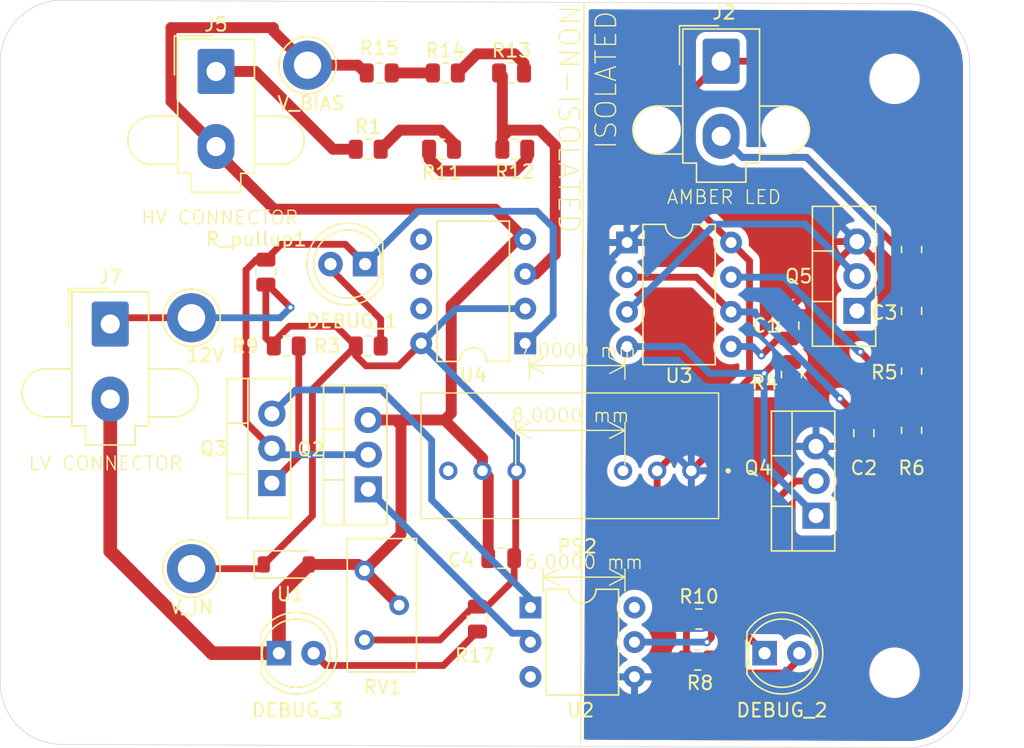
<source format=kicad_pcb>
(kicad_pcb (version 20240108) (generator "pcbnew") (generator_version "8.0")
  (layers (0 "F.Cu" signal) (31 "B.Cu" signal) (34 "B.Paste" user) (35 "F.Paste" user) (36 "B.SilkS" user "B.Silkscreen") (37 "F.SilkS" user "F.Silkscreen") (38 "B.Mask" user) (39 "F.Mask" user) (44 "Edge.Cuts" user))
  (net 0 "")
  (net 1 "12V_UNISO")
  (net 2 "HighVoltage-")
  (net 3 "Net-(DEBUG_1-K)")
  (net 4 "Net-(DEBUG_1-A)")
  (net 5 "Net-(DEBUG_2-K)")
  (net 6 "Net-(DEBUG_2-A)")
  (net 7 "Net-(DEBUG_3-A)")
  (net 8 "GND_ISO")
  (net 9 "12V_ISO")
  (net 12 "Net-(Q2-D)")
  (net 13 "Net-(Q3-S)")
  (net 14 "Net-(U3-THR)")
  (net 15 "Net-(U3-DIS)")
  (net 16 "Net-(Q5-G)")
  (net 17 "Net-(Q4-D)")
  (net 18 "Net-(U3-CV)")
  (net 19 "V_IN")
  (net 20 "Net-(J2-Pin_2)")
  (net 21 "Net-(R1-Pad2)")
  (net 22 "HighVoltage+")
  (net 23 "Net-(Q3-D)")
  (net 24 "Net-(R11-Pad1)")
  (net 25 "Net-(R13-Pad2)")
  (net 26 "Net-(R14-Pad1)")
  (footprint "TestPoint:TestPoint_Loop_D3.80mm_Drill2.0mm" (layer "F.Cu") (at 34.75 45.25)
    (property "Reference" "12V" (at 1 2.75 0) (layer "F.SilkS"))
    (property "Value" "12V TEST")
    (pad "1" thru_hole circle (at 0 0) (size 3.6 3.6) (drill 2) (layers "*.Cu" "*.Mask") (net 1 "12V_UNISO"))
  )
  (footprint "Resistor_SMD:R_0805_2012Metric" (layer "F.Cu") (at 87.5 40.25 -90)
    (property "Reference" "R7" (hide yes))
    (property "Value" "10k")
    (pad "1" smd roundrect (at -0.9125 0 270) (size 1.025 1.4) (layers "F.Cu" "F.Paste" "F.Mask") (roundrect_rratio 0.243902) (net 9 "12V_ISO"))
    (pad "2" smd roundrect (at 0.9125 0 270) (size 1.025 1.4) (layers "F.Cu" "F.Paste" "F.Mask") (roundrect_rratio 0.243902) (net 20 "Net-(J2-Pin_2)"))
  )
  (footprint "LED_THT:LED_D5.0mm" (layer "F.Cu") (at 47.471847 41.32 180)
    (property "Reference" "DEBUG_1" (at 0.971847 -4.18 180) (layer "F.SilkS"))
    (property "Value" "LED")
    (pad "1" thru_hole rect (at 0 0 180) (size 1.8 1.8) (drill 0.9) (layers "*.Cu" "*.Mask") (net 3 "Net-(DEBUG_1-K)"))
    (pad "2" thru_hole circle (at 2.54 0 180) (size 1.8 1.8) (drill 0.9) (layers "*.Cu" "*.Mask") (net 4 "Net-(DEBUG_1-A)"))
  )
  (footprint "Package_TO_SOT_THT:TO-220-3_Vertical" (layer "F.Cu") (at 47.696847 57.82 90)
    (property "Reference" "Q2" (at 2.939152 -4.196847 180) (layer "F.SilkS"))
    (property "Value" "NMOS")
    (pad "1" thru_hole rect (at 0 0 90) (size 1.905 2) (drill 1.1) (layers "*.Cu" "*.Mask") (net 12 "Net-(Q2-D)"))
    (pad "2" thru_hole oval (at 2.54 0 90) (size 1.905 2) (drill 1.1) (layers "*.Cu" "*.Mask") (net 3 "Net-(DEBUG_1-K)"))
    (pad "3" thru_hole oval (at 5.08 0 90) (size 1.905 2) (drill 1.1) (layers "*.Cu" "*.Mask") (net 2 "HighVoltage-"))
  )
  (footprint "MountingHole:MountingHole_3.2mm_M3" (layer "F.Cu") (at 86.25 27.75)
    (property "Reference" "H2" (hide yes))
    (property "Value" "MountingHole" (hide yes))
    (pad "" np_thru_hole circle (at 0 0) (size 3.2 3.2) (drill 3.2) (layers "*.Cu" "*.Mask"))
  )
  (footprint "Resistor_SMD:R_0805_2012Metric" (layer "F.Cu") (at 58.434347 32.9075 180)
    (property "Reference" "R12" (at 0 -1.65 0) (layer "F.SilkS"))
    (property "Value" "540k")
    (pad "1" smd roundrect (at -0.9125 0 180) (size 1.025 1.4) (layers "F.Cu" "F.Paste" "F.Mask") (roundrect_rratio 0.243902) (net 24 "Net-(R11-Pad1)"))
    (pad "2" smd roundrect (at 0.9125 0 180) (size 1.025 1.4) (layers "F.Cu" "F.Paste" "F.Mask") (roundrect_rratio 0.243902) (net 19 "V_IN"))
  )
  (footprint "Resistor_SMD:R_0805_2012Metric" (layer "F.Cu") (at 71.831847 70.32)
    (property "Reference" "R8" (at 0.168153 1.68 0) (layer "F.SilkS"))
    (property "Value" "20k")
    (pad "1" smd roundrect (at -0.9125 0) (size 1.025 1.4) (layers "F.Cu" "F.Paste" "F.Mask") (roundrect_rratio 0.243902) (net 9 "12V_ISO"))
    (pad "2" smd roundrect (at 0.9125 0) (size 1.025 1.4) (layers "F.Cu" "F.Paste" "F.Mask") (roundrect_rratio 0.243902) (net 6 "Net-(DEBUG_2-A)"))
  )
  (footprint "Resistor_SMD:R_0805_2012Metric" (layer "F.Cu") (at 58.196847 27.32)
    (property "Reference" "R13" (at 0 -1.65 0) (layer "F.SilkS"))
    (property "Value" "20k")
    (pad "1" smd roundrect (at -0.9125 0) (size 1.025 1.4) (layers "F.Cu" "F.Paste" "F.Mask") (roundrect_rratio 0.243902) (net 19 "V_IN"))
    (pad "2" smd roundrect (at 0.9125 0) (size 1.025 1.4) (layers "F.Cu" "F.Paste" "F.Mask") (roundrect_rratio 0.243902) (net 25 "Net-(R13-Pad2)"))
  )
  (footprint "Package_DIP:DIP-8_W7.62mm" (layer "F.Cu") (at 59.196847 47.12 180)
    (property "Reference" "U4" (at 3.81 -2.33 180) (layer "F.SilkS"))
    (property "Value" "LM393N/NOPB")
    (pad "1" thru_hole rect (at 0 0 180) (size 1.6 1.6) (drill 0.8) (layers "*.Cu" "*.Mask") (net 3 "Net-(DEBUG_1-K)"))
    (pad "2" thru_hole oval (at 0 2.54 180) (size 1.6 1.6) (drill 0.8) (layers "*.Cu" "*.Mask") (net 1 "12V_UNISO"))
    (pad "3" thru_hole oval (at 0 5.08 180) (size 1.6 1.6) (drill 0.8) (layers "*.Cu" "*.Mask") (net 19 "V_IN"))
    (pad "4" thru_hole oval (at 0 7.62 180) (size 1.6 1.6) (drill 0.8) (layers "*.Cu" "*.Mask") (net 2 "HighVoltage-"))
    (pad "5" thru_hole oval (at 7.62 7.62 180) (size 1.6 1.6) (drill 0.8) (layers "*.Cu" "*.Mask"))
    (pad "6" thru_hole oval (at 7.62 5.08 180) (size 1.6 1.6) (drill 0.8) (layers "*.Cu" "*.Mask"))
    (pad "7" thru_hole oval (at 7.62 2.54 180) (size 1.6 1.6) (drill 0.8) (layers "*.Cu" "*.Mask"))
    (pad "8" thru_hole oval (at 7.62 0 180) (size 1.6 1.6) (drill 0.8) (layers "*.Cu" "*.Mask") (net 1 "12V_UNISO"))
  )
  (footprint "LED_THT:LED_D5.0mm" (layer "F.Cu") (at 41.156847 69.82)
    (property "Reference" "DEBUG_3" (at 1.343153 4.18 0) (layer "F.SilkS"))
    (property "Value" "LED")
    (pad "1" thru_hole rect (at 0 0) (size 1.8 1.8) (drill 0.9) (layers "*.Cu" "*.Mask") (net 2 "HighVoltage-"))
    (pad "2" thru_hole circle (at 2.54 0) (size 1.8 1.8) (drill 0.9) (layers "*.Cu" "*.Mask") (net 7 "Net-(DEBUG_3-A)"))
  )
  (footprint "Resistor_SMD:R_0805_2012Metric" (layer "F.Cu") (at 47.696847 32.9075)
    (property "Reference" "R1" (at 0 -1.65 0) (layer "F.SilkS"))
    (property "Value" "540k")
    (pad "1" smd roundrect (at -0.9125 0) (size 1.025 1.4) (layers "F.Cu" "F.Paste" "F.Mask") (roundrect_rratio 0.243902) (net 22 "HighVoltage+"))
    (pad "2" smd roundrect (at 0.9125 0) (size 1.025 1.4) (layers "F.Cu" "F.Paste" "F.Mask") (roundrect_rratio 0.243902) (net 21 "Net-(R1-Pad2)"))
  )
  (footprint "Package_DIP:DIP-6_W7.62mm" (layer "F.Cu") (at 59.576847 66.47)
    (property "Reference" "U2" (at 3.673153 7.53 0) (layer "F.SilkS"))
    (property "Value" "4N35" (hide yes))
    (pad "1" thru_hole rect (at 0 0) (size 1.6 1.6) (drill 0.8) (layers "*.Cu" "*.Mask") (net 13 "Net-(Q3-S)"))
    (pad "2" thru_hole oval (at 0 2.54) (size 1.6 1.6) (drill 0.8) (layers "*.Cu" "*.Mask") (net 12 "Net-(Q2-D)"))
    (pad "3" thru_hole oval (at 0 5.08) (size 1.6 1.6) (drill 0.8) (layers "*.Cu" "*.Mask"))
    (pad "4" thru_hole oval (at 7.62 5.08) (size 1.6 1.6) (drill 0.8) (layers "*.Cu" "*.Mask") (net 8 "GND_ISO"))
    (pad "5" thru_hole oval (at 7.62 2.54) (size 1.6 1.6) (drill 0.8) (layers "*.Cu" "*.Mask") (net 5 "Net-(DEBUG_2-K)"))
    (pad "6" thru_hole oval (at 7.62 0) (size 1.6 1.6) (drill 0.8) (layers "*.Cu" "*.Mask"))
  )
  (footprint "LED_THT:LED_D5.0mm" (layer "F.Cu") (at 76.731847 69.82)
    (property "Reference" "DEBUG_2" (at 1.268153 4.18 0) (layer "F.SilkS"))
    (property "Value" "LED")
    (pad "1" thru_hole rect (at 0 0) (size 1.8 1.8) (drill 0.9) (layers "*.Cu" "*.Mask") (net 5 "Net-(DEBUG_2-K)"))
    (pad "2" thru_hole circle (at 2.54 0) (size 1.8 1.8) (drill 0.9) (layers "*.Cu" "*.Mask") (net 6 "Net-(DEBUG_2-A)"))
  )
  (footprint "Capacitor_SMD:C_0805_2012Metric" (layer "F.Cu") (at 84 53.7 -90)
    (property "Reference" "C2" (at 2.55 0 180) (layer "F.SilkS"))
    (property "Value" "1uF")
    (pad "1" smd roundrect (at -0.95 0 270) (size 1 1.45) (layers "F.Cu" "F.Paste" "F.Mask") (net 14 "Net-(U3-THR)"))
    (pad "2" smd roundrect (at 0.95 0 270) (size 1 1.45) (layers "F.Cu" "F.Paste" "F.Mask") (net 8 "GND_ISO"))
  )
  (footprint "Resistor_SMD:R_0805_2012Metric" (layer "F.Cu") (at 87.5 49.1625 -90)
    (property "Reference" "R5" (at 0.0875 2 0) (layer "F.SilkS"))
    (property "Value" "22k")
    (pad "1" smd roundrect (at -0.9125 0 270) (size 1.025 1.4) (layers "F.Cu" "F.Paste" "F.Mask") (roundrect_rratio 0.243902) (net 9 "12V_ISO"))
    (pad "2" smd roundrect (at 0.9125 0 270) (size 1.025 1.4) (layers "F.Cu" "F.Paste" "F.Mask") (roundrect_rratio 0.243902) (net 15 "Net-(U3-DIS)"))
  )
  (footprint "TestPoint:TestPoint_Loop_D3.80mm_Drill2.0mm" (layer "F.Cu") (at 43.25 26.75)
    (property "Reference" "V_BIAS" (at 0.25 2.8 0) (layer "F.SilkS"))
    (property "Value" "V_BIAS TEST")
    (pad "1" thru_hole circle (at 0 0) (size 3.6 3.6) (drill 2) (layers "*.Cu" "*.Mask") (net 2 "HighVoltage-"))
  )
  (footprint "MountingHole:MountingHole_3.2mm_M3" (layer "F.Cu") (at 26.25 71)
    (property "Reference" "H4" (hide yes))
    (property "Value" "MountingHole" (hide yes))
    (pad "" np_thru_hole circle (at 0 0) (size 3.2 3.2) (drill 3.2) (layers "*.Cu" "*.Mask"))
  )
  (footprint "Connector_Molex:Molex_Mini-Fit_Jr_5566-02A2_2x01_P4.20mm_Vertical" (layer "F.Cu") (at 28.8 45.71)
    (property "Reference" "J7" (at 0 -3.45 0) (layer "F.SilkS"))
    (property "Value" "Conn_01x02")
    (pad "" np_thru_hole circle (at -4.7 5.04) (size 3 3) (drill 3) (layers "*.Cu" "*.Mask"))
    (pad "" np_thru_hole circle (at 4.7 5.04) (size 3 3) (drill 3) (layers "*.Cu" "*.Mask"))
    (pad "1" thru_hole roundrect (at 0 0) (size 2.7 3.3) (drill 1.4) (layers "*.Cu" "*.Mask") (roundrect_rratio 0.092593) (net 1 "12V_UNISO"))
    (pad "2" thru_hole oval (at 0 5.5) (size 2.7 3.3) (drill 1.4) (layers "*.Cu" "*.Mask") (net 2 "HighVoltage-"))
  )
  (footprint "MountingHole:MountingHole_3.2mm_M3" (layer "F.Cu") (at 26.25 27.5)
    (property "Reference" "H1" (hide yes))
    (property "Value" "MountingHole" (hide yes))
    (pad "" np_thru_hole circle (at 0 0) (size 3.2 3.2) (drill 3.2) (layers "*.Cu" "*.Mask"))
  )
  (footprint "Resistor_SMD:R_0805_2012Metric" (layer "F.Cu") (at 78.696847 49.4075 90)
    (property "Reference" "R4" (at -0.5925 -1.946847 180) (layer "F.SilkS"))
    (property "Value" "22k")
    (pad "1" smd roundrect (at -0.9125 0 90) (size 1.025 1.4) (layers "F.Cu" "F.Paste" "F.Mask") (roundrect_rratio 0.243902) (net 9 "12V_ISO"))
    (pad "2" smd roundrect (at 0.9125 0 90) (size 1.025 1.4) (layers "F.Cu" "F.Paste" "F.Mask") (roundrect_rratio 0.243902) (net 17 "Net-(Q4-D)"))
  )
  (footprint "Resistor_SMD:R_0805_2012Metric" (layer "F.Cu") (at 48.5 27.32 180)
    (property "Reference" "R15" (at 0 1.82 0) (layer "F.SilkS"))
    (property "Value" "20k")
    (pad "1" smd roundrect (at -0.9125 0 180) (size 1.025 1.4) (layers "F.Cu" "F.Paste" "F.Mask") (roundrect_rratio 0.243902) (net 26 "Net-(R14-Pad1)"))
    (pad "2" smd roundrect (at 0.9125 0 180) (size 1.025 1.4) (layers "F.Cu" "F.Paste" "F.Mask") (roundrect_rratio 0.243902) (net 2 "HighVoltage-"))
  )
  (footprint "Capacitor_SMD:C_0805_2012Metric" (layer "F.Cu") (at 78.5 45.82 90)
    (property "Reference" "C1" (at 0 -1.68 180) (layer "F.SilkS"))
    (property "Value" "100nF" (hide yes))
    (pad "1" smd roundrect (at -0.95 0 90) (size 1 1.45) (layers "F.Cu" "F.Paste" "F.Mask") (net 18 "Net-(U3-CV)"))
    (pad "2" smd roundrect (at 0.95 0 90) (size 1 1.45) (layers "F.Cu" "F.Paste" "F.Mask") (net 8 "GND_ISO"))
  )
  (footprint "Resistor_SMD:R_0805_2012Metric" (layer "F.Cu") (at 40.196847 41.9075 90)
    (property "Reference" "R_pullup1" (at 2.4075 -0.696847 180) (layer "F.SilkS"))
    (property "Value" "15k")
    (pad "1" smd roundrect (at -0.9125 0 90) (size 1.025 1.4) (layers "F.Cu" "F.Paste" "F.Mask") (roundrect_rratio 0.243902) (net 1 "12V_UNISO"))
    (pad "2" smd roundrect (at 0.9125 0 90) (size 1.025 1.4) (layers "F.Cu" "F.Paste" "F.Mask") (roundrect_rratio 0.243902) (net 3 "Net-(DEBUG_1-K)"))
  )
  (footprint "Potentiometer_THT:Potentiometer_Bourns_3296Y_Vertical" (layer "F.Cu") (at 47.421847 63.77 90)
    (property "Reference" "RV1" (at -8.55 1.328153 180) (layer "F.SilkS"))
    (property "Value" "1k default (1-5k)")
    (pad "1" thru_hole circle (at 0 0 90) (size 1.44 1.44) (drill 0.8) (layers "*.Cu" "*.Mask") (net 2 "HighVoltage-"))
    (pad "2" thru_hole circle (at -2.54 2.54 90) (size 1.44 1.44) (drill 0.8) (layers "*.Cu" "*.Mask") (net 2 "HighVoltage-"))
    (pad "3" thru_hole circle (at -5.08 0 90) (size 1.44 1.44) (drill 0.8) (layers "*.Cu" "*.Mask") (net 1 "12V_UNISO"))
  )
  (footprint "Capacitor_SMD:C_0805_2012Metric" (layer "F.Cu") (at 57.436847 62.86)
    (property "Reference" "C4" (at -2.936847 0.14 0) (layer "F.SilkS"))
    (property "Value" "100nF")
    (pad "1" smd roundrect (at -0.95 0) (size 1 1.45) (layers "F.Cu" "F.Paste" "F.Mask") (net 2 "HighVoltage-"))
    (pad "2" smd roundrect (at 0.95 0) (size 1 1.45) (layers "F.Cu" "F.Paste" "F.Mask") (net 1 "12V_UNISO"))
  )
  (footprint "Resistor_SMD:R_0805_2012Metric" (layer "F.Cu") (at 87.5 53.5 90)
    (property "Reference" "R6" (at -2.75 0 180) (layer "F.SilkS"))
    (property "Value" "220k")
    (pad "1" smd roundrect (at -0.9125 0 90) (size 1.025 1.4) (layers "F.Cu" "F.Paste" "F.Mask") (roundrect_rratio 0.243902) (net 15 "Net-(U3-DIS)"))
    (pad "2" smd roundrect (at 0.9125 0 90) (size 1.025 1.4) (layers "F.Cu" "F.Paste" "F.Mask") (roundrect_rratio 0.243902) (net 14 "Net-(U3-THR)"))
  )
  (footprint "Resistor_SMD:R_0805_2012Metric" (layer "F.Cu") (at 53.065597 32.9075)
    (property "Reference" "R11" (at 0 1.7125 0) (layer "F.SilkS"))
    (property "Value" "540k")
    (pad "1" smd roundrect (at -0.9125 0) (size 1.025 1.4) (layers "F.Cu" "F.Paste" "F.Mask") (roundrect_rratio 0.243902) (net 24 "Net-(R11-Pad1)"))
    (pad "2" smd roundrect (at 0.9125 0) (size 1.025 1.4) (layers "F.Cu" "F.Paste" "F.Mask") (roundrect_rratio 0.243902) (net 21 "Net-(R1-Pad2)"))
  )
  (footprint "Connector_Molex:Molex_Mini-Fit_Jr_5566-02A2_2x01_P4.20mm_Vertical" (layer "F.Cu") (at 73.55 26.46)
    (property "Reference" "J2" (at 0.213153 -3.57 0) (layer "F.SilkS"))
    (property "Value" "Conn_01x02")
    (pad "" np_thru_hole circle (at -4.7 5.04) (size 3 3) (drill 3) (layers "*.Cu" "*.Mask"))
    (pad "" np_thru_hole circle (at 4.7 5.04) (size 3 3) (drill 3) (layers "*.Cu" "*.Mask"))
    (pad "1" thru_hole roundrect (at 0 0) (size 2.7 3.3) (drill 1.4) (layers "*.Cu" "*.Mask") (roundrect_rratio 0.092593) (net 9 "12V_ISO"))
    (pad "2" thru_hole oval (at 0 5.5) (size 2.7 3.3) (drill 1.4) (layers "*.Cu" "*.Mask") (net 20 "Net-(J2-Pin_2)"))
  )
  (footprint "Package_TO_SOT_THT:TO-220-3_Vertical" (layer "F.Cu") (at 80.5 59.75 90)
    (property "Reference" "Q4" (at 3.5 -4.25 180) (layer "F.SilkS"))
    (property "Value" "NMOS")
    (pad "1" thru_hole rect (at 0 0 90) (size 1.905 2) (drill 1.1) (layers "*.Cu" "*.Mask") (net 17 "Net-(Q4-D)"))
    (pad "2" thru_hole oval (at 2.54 0 90) (size 1.905 2) (drill 1.1) (layers "*.Cu" "*.Mask") (net 5 "Net-(DEBUG_2-K)"))
    (pad "3" thru_hole oval (at 5.08 0 90) (size 1.905 2) (drill 1.1) (layers "*.Cu" "*.Mask") (net 8 "GND_ISO"))
  )
  (footprint "Diode_SMD:D_SOD-123" (layer "F.Cu") (at 41.696847 63.32)
    (property "Reference" "U1" (at 0.303153 2.18 0) (layer "F.SilkS"))
    (property "Value" "MMSZ5245BT1G" (hide yes))
    (pad "1" smd roundrect (at -1.65 0) (size 0.9 1.2) (layers "F.Cu" "F.Paste" "F.Mask") (net 1 "12V_UNISO"))
    (pad "2" smd roundrect (at 1.65 0) (size 0.9 1.2) (layers "F.Cu" "F.Paste" "F.Mask") (net 2 "HighVoltage-"))
  )
  (footprint "Package_DIP:DIP-8_W7.62mm" (layer "F.Cu") (at 66.656847 39.74)
    (property "Reference" "U3" (at 3.81 9.76 0) (layer "F.SilkS"))
    (property "Value" "LM555xN")
    (pad "1" thru_hole rect (at 0 0) (size 1.6 1.6) (drill 0.8) (layers "*.Cu" "*.Mask") (net 8 "GND_ISO"))
    (pad "2" thru_hole oval (at 0 2.54) (size 1.6 1.6) (drill 0.8) (layers "*.Cu" "*.Mask") (net 14 "Net-(U3-THR)"))
    (pad "3" thru_hole oval (at 0 5.08) (size 1.6 1.6) (drill 0.8) (layers "*.Cu" "*.Mask") (net 16 "Net-(Q5-G)"))
    (pad "4" thru_hole oval (at 0 7.62) (size 1.6 1.6) (drill 0.8) (layers "*.Cu" "*.Mask") (net 17 "Net-(Q4-D)"))
    (pad "5" thru_hole oval (at 7.62 7.62) (size 1.6 1.6) (drill 0.8) (layers "*.Cu" "*.Mask") (net 18 "Net-(U3-CV)"))
    (pad "6" thru_hole oval (at 7.62 5.08) (size 1.6 1.6) (drill 0.8) (layers "*.Cu" "*.Mask") (net 14 "Net-(U3-THR)"))
    (pad "7" thru_hole oval (at 7.62 2.54) (size 1.6 1.6) (drill 0.8) (layers "*.Cu" "*.Mask") (net 15 "Net-(U3-DIS)"))
    (pad "8" thru_hole oval (at 7.62 0) (size 1.6 1.6) (drill 0.8) (layers "*.Cu" "*.Mask") (net 9 "12V_ISO"))
  )
  (footprint "TestPoint:TestPoint_Loop_D3.80mm_Drill2.0mm" (layer "F.Cu") (at 34.75 63.63)
    (property "Reference" "V_IN" (at 0 2.8 0) (layer "F.SilkS"))
    (property "Value" "V_IN TEST")
    (pad "1" thru_hole circle (at 0 0) (size 3.6 3.6) (drill 2) (layers "*.Cu" "*.Mask") (net 1 "12V_UNISO"))
  )
  (footprint "Package_TO_SOT_THT:TO-220-3_Vertical" (layer "F.Cu") (at 40.641847 57.36 90)
    (property "Reference" "Q3" (at 2.54 -4.27 180) (layer "F.SilkS"))
    (property "Value" "NMOS")
    (pad "1" thru_hole rect (at 0 0 90) (size 1.905 2) (drill 1.1) (layers "*.Cu" "*.Mask") (net 23 "Net-(Q3-D)"))
    (pad "2" thru_hole oval (at 2.54 0 90) (size 1.905 2) (drill 1.1) (layers "*.Cu" "*.Mask") (net 3 "Net-(DEBUG_1-K)"))
    (pad "3" thru_hole oval (at 5.08 0 90) (size 1.905 2) (drill 1.1) (layers "*.Cu" "*.Mask") (net 13 "Net-(Q3-S)"))
  )
  (footprint "Resistor_SMD:R_0805_2012Metric" (layer "F.Cu") (at 53.348423 27.32)
    (property "Reference" "R14" (at 0 -1.65 0) (layer "F.SilkS"))
    (property "Value" "20k")
    (pad "1" smd roundrect (at -0.9125 0) (size 1.025 1.4) (layers "F.Cu" "F.Paste" "F.Mask") (roundrect_rratio 0.243902) (net 26 "Net-(R14-Pad1)"))
    (pad "2" smd roundrect (at 0.9125 0) (size 1.025 1.4) (layers "F.Cu" "F.Paste" "F.Mask") (roundrect_rratio 0.243902) (net 25 "Net-(R13-Pad2)"))
  )
  (footprint "Resistor_SMD:R_0805_2012Metric" (layer "F.Cu") (at 71.919347 67.32)
    (property "Reference" "R10" (at 0 -1.65 0) (layer "F.SilkS"))
    (property "Value" "20k" (hide yes))
    (pad "1" smd roundrect (at -0.9125 0) (size 1.025 1.4) (layers "F.Cu" "F.Paste" "F.Mask") (roundrect_rratio 0.243902) (net 9 "12V_ISO"))
    (pad "2" smd roundrect (at 0.9125 0) (size 1.025 1.4) (layers "F.Cu" "F.Paste" "F.Mask") (roundrect_rratio 0.243902) (net 5 "Net-(DEBUG_2-K)"))
  )
  (footprint "MountingHole:MountingHole_3.2mm_M3" (layer "F.Cu") (at 86.25 71.25)
    (property "Reference" "H3" (hide yes))
    (property "Value" "MountingHole" (hide yes))
    (pad "" np_thru_hole circle (at 0 0) (size 3.2 3.2) (drill 3.2) (layers "*.Cu" "*.Mask"))
  )
  (footprint "Package_TO_SOT_THT:TO-220-3_Vertical" (layer "F.Cu") (at 83.5 44.75 90)
    (property "Reference" "Q5" (at 2.54 -4.27 180) (layer "F.SilkS"))
    (property "Value" "NMOS")
    (pad "1" thru_hole rect (at 0 0 90) (size 1.905 2) (drill 1.1) (layers "*.Cu" "*.Mask") (net 20 "Net-(J2-Pin_2)"))
    (pad "2" thru_hole oval (at 2.54 0 90) (size 1.905 2) (drill 1.1) (layers "*.Cu" "*.Mask") (net 16 "Net-(Q5-G)"))
    (pad "3" thru_hole oval (at 5.08 0 90) (size 1.905 2) (drill 1.1) (layers "*.Cu" "*.Mask") (net 8 "GND_ISO"))
  )
  (footprint "Resistor_SMD:R_0805_2012Metric" (layer "F.Cu") (at 47.696847 47.32)
    (property "Reference" "R3" (at -3 0 0) (layer "F.SilkS"))
    (property "Value" "20k")
    (pad "1" smd roundrect (at -0.9125 0) (size 1.025 1.4) (layers "F.Cu" "F.Paste" "F.Mask") (roundrect_rratio 0.243902) (net 1 "12V_UNISO"))
    (pad "2" smd roundrect (at 0.9125 0) (size 1.025 1.4) (layers "F.Cu" "F.Paste" "F.Mask") (roundrect_rratio 0.243902) (net 4 "Net-(DEBUG_1-A)"))
  )
  (footprint "Resistor_SMD:R_0805_2012Metric" (layer "F.Cu") (at 41.696847 47.32)
    (property "Reference" "R9" (at -3 0 0) (layer "F.SilkS"))
    (property "Value" "10k")
    (pad "1" smd roundrect (at -0.9125 0) (size 1.025 1.4) (layers "F.Cu" "F.Paste" "F.Mask") (roundrect_rratio 0.243902) (net 1 "12V_UNISO"))
    (pad "2" smd roundrect (at 0.9125 0) (size 1.025 1.4) (layers "F.Cu" "F.Paste" "F.Mask") (roundrect_rratio 0.243902) (net 23 "Net-(Q3-D)"))
  )
  (footprint "SPAN02A12:SPAN02A12" (layer "F.Cu") (at 71.361847 56.46 180)
    (property "Reference" "PS2" (at 8.361847 -5.54 0) (layer "F.SilkS"))
    (property "Value" "SPAN02A-12")
    (pad "1" thru_hole circle (at 0 0 180) (size 1.337 1.337) (drill 0.78) (layers "*.Cu" "*.Mask") (net 8 "GND_ISO"))
    (pad "2" thru_hole circle (at 2.5 0 180) (size 1.337 1.337) (drill 0.78) (layers "*.Cu" "*.Mask") (net 9 "12V_ISO"))
    (pad "3" thru_hole circle (at 5 0 180) (size 1.337 1.337) (drill 0.78) (layers "*.Cu" "*.Mask"))
    (pad "6" thru_hole circle (at 12.8 0 180) (size 1.337 1.337) (drill 0.78) (layers "*.Cu" "*.Mask") (net 1 "12V_UNISO"))
    (pad "7" thru_hole circle (at 15.3 0 180) (size 1.337 1.337) (drill 0.78) (layers "*.Cu" "*.Mask") (net 2 "HighVoltage-"))
    (pad "8" thru_hole circle (at 17.8 0 180) (size 1.337 1.337) (drill 0.78) (layers "*.Cu" "*.Mask"))
  )
  (footprint "Connector_Molex:Molex_Mini-Fit_Jr_5566-02A2_2x01_P4.20mm_Vertical" (layer "F.Cu") (at 36.55 27.21)
    (property "Reference" "J5" (at 0 -3.45 0) (layer "F.SilkS"))
    (property "Value" "Conn_01x02")
    (pad "" np_thru_hole circle (at -4.7 5.04) (size 3 3) (drill 3) (layers "*.Cu" "*.Mask"))
    (pad "" np_thru_hole circle (at 4.7 5.04) (size 3 3) (drill 3) (layers "*.Cu" "*.Mask"))
    (pad "1" thru_hole roundrect (at 0 0) (size 2.7 3.3) (drill 1.4) (layers "*.Cu" "*.Mask") (roundrect_rratio 0.092593) (net 22 "HighVoltage+"))
    (pad "2" thru_hole oval (at 0 5.5) (size 2.7 3.3) (drill 1.4) (layers "*.Cu" "*.Mask") (net 2 "HighVoltage-"))
  )
  (footprint "Capacitor_SMD:C_0805_2012Metric" (layer "F.Cu") (at 87.5 44.75 90)
    (property "Reference" "C3" (at -0.13 -2.006847 180) (layer "F.SilkS"))
    (property "Value" "100nF")
    (pad "1" smd roundrect (at -0.95 0 90) (size 1 1.45) (layers "F.Cu" "F.Paste" "F.Mask") (net 9 "12V_ISO"))
    (pad "2" smd roundrect (at 0.95 0 90) (size 1 1.45) (layers "F.Cu" "F.Paste" "F.Mask") (net 8 "GND_ISO"))
  )
  (footprint "Resistor_SMD:R_0805_2012Metric" (layer "F.Cu") (at 55.696847 67.32 -90)
    (property "Reference" "R17" (at 2.68 0.196847 180) (layer "F.SilkS"))
    (property "Value" "20k")
    (pad "1" smd roundrect (at -0.9125 0 270) (size 1.025 1.4) (layers "F.Cu" "F.Paste" "F.Mask") (roundrect_rratio 0.243902) (net 1 "12V_UNISO"))
    (pad "2" smd roundrect (at 0.9125 0 270) (size 1.025 1.4) (layers "F.Cu" "F.Paste" "F.Mask") (roundrect_rratio 0.243902) (net 7 "Net-(DEBUG_3-A)"))
  )
  (gr_line (start 63.25 76.5) (end 63.5 22.25) (stroke (width 0.1)) (layer "F.SilkS"))
  (gr_arc (start 20.75 26.5) (mid 22.068019 23.318019) (end 25.25 22) (stroke (width 0.05)) (layer "Edge.Cuts"))
  (gr_arc (start 25.25 76.5) (mid 22.068019 75.181981) (end 20.75 72) (stroke (width 0.05)) (layer "Edge.Cuts"))
  (gr_line (start 25.25 22) (end 87.25 22.25) (stroke (width 0.05)) (layer "Edge.Cuts"))
  (gr_line (start 91.75 72.25) (end 91.75 26.75) (stroke (width 0.05)) (layer "Edge.Cuts"))
  (gr_line (start 25.25 76.5) (end 87.25 76.75) (stroke (width 0.05)) (layer "Edge.Cuts"))
  (gr_arc (start 91.75 72.25) (mid 90.431981 75.431981) (end 87.25 76.75) (stroke (width 0.05)) (layer "Edge.Cuts"))
  (gr_line (start 20.75 72) (end 20.75 26.5) (stroke (width 0.05)) (layer "Edge.Cuts"))
  (gr_arc (start 87.25 22.25) (mid 90.431981 23.568019) (end 91.75 26.75) (stroke (width 0.05)) (layer "Edge.Cuts"))
  (gr_text "NON-ISOLATED" (at 61.5 22.25 270) (layer "F.SilkS") (effects (font (size 1.5 1.5) (thickness 0.1)) (justify left bottom)))
  (gr_text "LV CONNECTOR" (at 22.75 56.5 0) (layer "F.SilkS") (effects (font (size 1 1) (thickness 0.1)) (justify left bottom)))
  (gr_text "HV CONNECTOR" (at 31 38.5 0) (layer "F.SilkS") (effects (font (size 1 1) (thickness 0.1)) (justify left bottom)))
  (gr_text "ISOLATED" (at 66 33 90) (layer "F.SilkS") (effects (font (size 1.5 1.5) (thickness 0.1)) (justify left bottom)))
  (gr_text "AMBER LED" (at 69.5 37 0) (layer "F.SilkS") (effects (font (size 1 1) (thickness 0.1)) (justify left bottom)))
  (dimension (type aligned) (layer "F.SilkS") (pts (xy 66.5 56.5) (xy 58.5 56.5)) (height 2.999999) (gr_text "8.0000 mm" (at 62.5 52.400001 0) (layer "F.SilkS") (effects (font (size 1 1) (thickness 0.1)))) (format (prefix "") (suffix "") (units 3) (units_format 1) (precision 4)) (style (thickness 0.1) (arrow_length 1.27) (text_position_mode 0) (extension_height 0.58642) (extension_offset 0.5) keep_text_aligned))
  (dimension (type aligned) (layer "F.SilkS") (pts (xy 60.5 65.75) (xy 66.5 65.75)) (height -1.5) (gr_text "6.0000 mm" (at 63.5 63.15 0) (layer "F.SilkS") (effects (font (size 1 1) (thickness 0.1)))) (format (prefix "") (suffix "") (units 3) (units_format 1) (precision 4)) (style (thickness 0.1) (arrow_length 1.27) (text_position_mode 0) (extension_height 0.58642) (extension_offset 0.5) keep_text_aligned))
  (dimension (type aligned) (layer "F.SilkS") (pts (xy 66.5 50.25) (xy 59.5 50.25)) (height 1.5) (gr_text "7.0000 mm" (at 63 47.65 0) (layer "F.SilkS") (effects (font (size 1 1) (thickness 0.1)))) (format (prefix "") (suffix "") (units 3) (units_format 1) (precision 4)) (style (thickness 0.1) (arrow_length 1.27) (text_position_mode 0) (extension_height 0.58642) (extension_offset 0.5) keep_text_aligned))
  (segment (start 49.926847 48.77) (end 51.576847 47.12) (width 0.5) (layer "F.Cu") (net 1))
  (segment (start 40.196847 46.7325) (end 40.784347 47.32) (width 0.5) (layer "F.Cu") (net 1))
  (segment (start 55.388205 66.4075) (end 55.696847 66.4075) (width 0.5) (layer "F.Cu") (net 1))
  (segment (start 46.784347 48.02) (end 47.534347 48.77) (width 0.5) (layer "F.Cu") (net 1))
  (segment (start 34.75 45.25) (end 29.26 45.25) (width 0.5) (layer "F.Cu") (net 1))
  (segment (start 29.26 45.25) (end 28.8 45.71) (width 0.5) (layer "F.Cu") (net 1))
  (segment (start 40.32 42.82) (end 42 44.5) (width 0.5) (layer "F.Cu") (net 1))
  (segment (start 58.386847 64.4175) (end 58.386847 62.86) (width 0.5) (layer "F.Cu") (net 1))
  (segment (start 40.046847 63.32) (end 43.609347 59.7575) (width 0.5) (layer "F.Cu") (net 1))
  (segment (start 52.945705 68.85) (end 55.388205 66.4075) (width 0.5) (layer "F.Cu") (net 1))
  (segment (start 34.75 63.63) (end 39.736847 63.63) (width 0.5) (layer "F.Cu") (net 1))
  (segment (start 39.736847 63.63) (end 40.046847 63.32) (width 0.5) (layer "F.Cu") (net 1))
  (segment (start 43.609347 59.7575) (end 43.609347 50.495) (width 0.5) (layer "F.Cu") (net 1))
  (segment (start 46.784347 47.32) (end 46.784347 48.02) (width 0.5) (layer "F.Cu") (net 1))
  (segment (start 58.5 56.521847) (end 58.561847 56.46) (width 0.5) (layer "F.Cu") (net 1))
  (segment (start 41.925705 45.87) (end 45.334347 45.87) (width 0.5) (layer "F.Cu") (net 1))
  (segment (start 58.5 62.746847) (end 58.5 56.521847) (width 0.5) (layer "F.Cu") (net 1))
  (segment (start 40.196847 42.82) (end 40.32 42.82) (width 0.5) (layer "F.Cu") (net 1))
  (segment (start 45.334347 45.87) (end 46.784347 47.32) (width 0.5) (layer "F.Cu") (net 1))
  (segment (start 40.196847 42.82) (end 40.196847 46.7325) (width 0.5) (layer "F.Cu") (net 1))
  (segment (start 47.421847 68.85) (end 52.945705 68.85) (width 0.5) (layer "F.Cu") (net 1))
  (segment (start 40.784347 47.011358) (end 41.925705 45.87) (width 0.5) (layer "F.Cu") (net 1))
  (segment (start 47.534347 48.77) (end 49.926847 48.77) (width 0.5) (layer "F.Cu") (net 1))
  (segment (start 56.396847 66.4075) (end 58.386847 64.4175) (width 0.5) (layer "F.Cu") (net 1))
  (segment (start 43.609347 50.495) (end 46.784347 47.32) (width 0.5) (layer "F.Cu") (net 1))
  (segment (start 58.386847 62.86) (end 58.5 62.746847) (width 0.5) (layer "F.Cu") (net 1))
  (segment (start 55.696847 66.4075) (end 56.396847 66.4075) (width 0.5) (layer "F.Cu") (net 1))
  (segment (start 40.784347 47.32) (end 40.784347 47.011358) (width 0.5) (layer "F.Cu") (net 1))
  (via (at 42 44.5) (size 0.6) (drill 0.3) (layers "F.Cu" "B.Cu") (net 1))
  (segment (start 54.116847 44.58) (end 59.196847 44.58) (width 0.5) (layer "B.Cu") (net 1))
  (segment (start 58.561847 56.46) (end 58.561847 54.105) (width 0.5) (layer "B.Cu") (net 1))
  (segment (start 58.561847 54.105) (end 51.576847 47.12) (width 0.5) (layer "B.Cu") (net 1))
  (segment (start 34.75 45.25) (end 41.25 45.25) (width 0.5) (layer "B.Cu") (net 1))
  (segment (start 51.576847 47.12) (end 54.116847 44.58) (width 0.5) (layer "B.Cu") (net 1))
  (segment (start 41.25 45.25) (end 42 44.5) (width 0.5) (layer "B.Cu") (net 1))
  (segment (start 56.996847 37.3) (end 59.196847 39.5) (width 0.8) (layer "F.Cu") (net 2))
  (segment (start 56.061847 55.514599) (end 56.061847 56.46) (width 0.8) (layer "F.Cu") (net 2))
  (segment (start 28.8 62.346905) (end 36.273095 69.82) (width 1) (layer "F.Cu") (net 2))
  (segment (start 36.55 32.71) (end 33.25 29.41) (width 0.8) (layer "F.Cu") (net 2))
  (segment (start 36.55 33.05) (end 36.55 32.71) (width 0.8) (layer "F.Cu") (net 2))
  (segment (start 50.096847 53.14) (end 50.096847 61.095) (width 0.8) (layer "F.Cu") (net 2))
  (segment (start 59.196847 39.5) (end 58.625577 39.5) (width 0.8) (layer "F.Cu") (net 2))
  (segment (start 43.25 26.75) (end 46.93 26.75) (width 0.8) (layer "F.Cu") (net 2))
  (segment (start 28.8 51.21) (end 28.8 62.346905) (width 1) (layer "F.Cu") (net 2))
  (segment (start 53.776847 52.250401) (end 53.287248 52.74) (width 0.8) (layer "F.Cu") (net 2))
  (segment (start 58.625577 39.5) (end 53.776847 44.34873) (width 0.8) (layer "F.Cu") (net 2))
  (segment (start 53.776847 44.34873) (end 53.776847 52.250401) (width 0.8) (layer "F.Cu") (net 2))
  (segment (start 40.8 37.3) (end 36.55 33.05) (width 0.8) (layer "F.Cu") (net 2))
  (segment (start 56.486847 62.86) (end 56.486847 56.885) (width 0.8) (layer "F.Cu") (net 2))
  (segment (start 46.971847 63.32) (end 47.421847 63.77) (width 0.8) (layer "F.Cu") (net 2))
  (segment (start 50.096847 61.095) (end 47.421847 63.77) (width 0.8) (layer "F.Cu") (net 2))
  (segment (start 47.696847 52.74) (end 49.696847 52.74) (width 0.8) (layer "F.Cu") (net 2))
  (segment (start 49.696847 52.74) (end 53.287248 52.74) (width 0.8) (layer "F.Cu") (net 2))
  (segment (start 40.75 24.25) (end 43.25 26.75) (width 0.8) (layer "F.Cu") (net 2))
  (segment (start 33.25 29.41) (end 33.25 24) (width 0.8) (layer "F.Cu") (net 2))
  (segment (start 53.287248 52.74) (end 56.061847 55.514599) (width 0.8) (layer "F.Cu") (net 2))
  (segment (start 43.346847 63.32) (end 41.156847 65.51) (width 1) (layer "F.Cu") (net 2))
  (segment (start 36.273095 69.82) (end 41.156847 69.82) (width 1) (layer "F.Cu") (net 2))
  (segment (start 40.8 37.3) (end 56.996847 37.3) (width 0.8) (layer "F.Cu") (net 2))
  (segment (start 49.961847 66.31) (end 47.421847 63.77) (width 0.8) (layer "F.Cu") (net 2))
  (segment (start 40.75 24) (end 40.75 24.25) (width 0.8) (layer "F.Cu") (net 2))
  (segment (start 41.156847 65.51) (end 41.156847 69.82) (width 1) (layer "F.Cu") (net 2))
  (segment (start 46.93 26.75) (end 47.5 27.32) (width 0.8) (layer "F.Cu") (net 2))
  (segment (start 33.25 24) (end 40.75 24) (width 0.8) (layer "F.Cu") (net 2))
  (segment (start 56.486847 56.885) (end 56.061847 56.46) (width 0.8) (layer "F.Cu") (net 2))
  (segment (start 49.696847 52.74) (end 50.096847 53.14) (width 0.8) (layer "F.Cu") (net 2))
  (segment (start 43.346847 63.32) (end 46.971847 63.32) (width 0.8) (layer "F.Cu") (net 2))
  (segment (start 40.641847 54.82) (end 38.746847 52.925) (width 0.5) (layer "F.Cu") (net 3))
  (segment (start 38.746847 52.925) (end 38.746847 41.745) (width 0.5) (layer "F.Cu") (net 3))
  (segment (start 39.496847 40.995) (end 40.196847 40.995) (width 0.5) (layer "F.Cu") (net 3))
  (segment (start 46.021847 39.87) (end 47.471847 41.32) (width 0.5) (layer "F.Cu") (net 3))
  (segment (start 41.321847 39.87) (end 46.021847 39.87) (width 0.5) (layer "F.Cu") (net 3))
  (segment (start 41.101847 55.28) (end 40.641847 54.82) (width 0.5) (layer "F.Cu") (net 3))
  (segment (start 38.746847 41.745) (end 39.496847 40.995) (width 0.5) (layer "F.Cu") (net 3))
  (segment (start 40.196847 40.995) (end 41.321847 39.87) (width 0.5) (layer "F.Cu") (net 3))
  (segment (start 41.101847 55.28) (end 47.696847 55.28) (width 0.5) (layer "B.Cu") (net 3))
  (segment (start 61.246847 45.07) (end 59.196847 47.12) (width 0.5) (layer "B.Cu") (net 3))
  (segment (start 61.246847 38.650862) (end 61.246847 45.07) (width 0.5) (layer "B.Cu") (net 3))
  (segment (start 47.471847 41.32) (end 51.341847 37.45) (width 0.5) (layer "B.Cu") (net 3))
  (segment (start 40.641847 54.82) (end 41.101847 55.28) (width 0.5) (layer "B.Cu") (net 3))
  (segment (start 51.341847 37.45) (end 60.045985 37.45) (width 0.5) (layer "B.Cu") (net 3))
  (segment (start 60.045985 37.45) (end 61.246847 38.650862) (width 0.5) (layer "B.Cu") (net 3))
  (segment (start 48.609347 47.32) (end 48.609347 45.3575) (width 0.5) (layer "F.Cu") (net 4))
  (segment (start 48.609347 45.3575) (end 44.931847 41.68) (width 0.5) (layer "F.Cu") (net 4))
  (segment (start 44.931847 41.68) (end 44.931847 41.32) (width 0.5) (layer "F.Cu") (net 4))
  (segment (start 72.831847 67.145) (end 72.831847 67.32) (width 0.5) (layer "F.Cu") (net 5))
  (segment (start 74.231847 61.978153) (end 79 57.21) (width 0.5) (layer "F.Cu") (net 5))
  (segment (start 74.231847 67.32) (end 74.231847 61.978153) (width 0.5) (layer "F.Cu") (net 5))
  (segment (start 72.831847 67.32) (end 74.231847 67.32) (width 0.5) (layer "F.Cu") (net 5))
  (segment (start 74.231847 67.32) (end 76.731847 69.82) (width 0.5) (layer "F.Cu") (net 5))
  (segment (start 72.831847 67.32) (end 72.831847 68.678153) (width 0.5) (layer "F.Cu") (net 5))
  (segment (start 72.831847 68.678153) (end 72.5 69.01) (width 0.5) (layer "F.Cu") (net 5))
  (segment (start 79 57.21) (end 80.5 57.21) (width 0.5) (layer "F.Cu") (net 5))
  (via (at 72.5 69.01) (size 0.6) (drill 0.3) (layers "F.Cu" "B.Cu") (net 5))
  (segment (start 72.5 69.01) (end 67.196847 69.01) (width 0.5) (layer "B.Cu") (net 5))
  (segment (start 72.506847 69.01) (end 72.5 69.01) (width 0.5) (layer "B.Cu") (net 5))
  (segment (start 72.744347 70.32) (end 73.694347 71.27) (width 0.5) (layer "F.Cu") (net 6))
  (segment (start 79.271847 70.245) (end 79.271847 69.82) (width 0.5) (layer "F.Cu") (net 6))
  (segment (start 73.694347 71.27) (end 78.246847 71.27) (width 0.5) (layer "F.Cu") (net 6))
  (segment (start 78.246847 71.27) (end 79.271847 70.245) (width 0.5) (layer "F.Cu") (net 6))
  (segment (start 55.696847 68.2325) (end 53.209347 70.72) (width 0.5) (layer "F.Cu") (net 7))
  (segment (start 44.596847 70.72) (end 43.696847 69.82) (width 0.5) (layer "F.Cu") (net 7))
  (segment (start 53.209347 70.72) (end 44.596847 70.72) (width 0.5) (layer "F.Cu") (net 7))
  (segment (start 80.5 54.67) (end 73.151847 54.67) (width 0.5) (layer "F.Cu") (net 8))
  (segment (start 73.151847 54.67) (end 71.361847 56.46) (width 0.5) (layer "F.Cu") (net 8))
  (segment (start 80.52 54.65) (end 80.5 54.67) (width 0.5) (layer "F.Cu") (net 8))
  (segment (start 84 54.65) (end 80.52 54.65) (width 0.5) (layer "F.Cu") (net 8))
  (segment (start 78.5 44.67) (end 83.5 39.67) (width 0.5) (layer "F.Cu") (net 8))
  (segment (start 83.5 39.67) (end 84.2825 39.67) (width 0.5) (layer "F.Cu") (net 8))
  (segment (start 78.5 44.87) (end 78.5 44.67) (width 0.5) (layer "F.Cu") (net 8))
  (segment (start 87.5 43.67) (end 87.5 43.8) (width 0.5) (layer "F.Cu") (net 8))
  (segment (start 83.5 39.67) (end 87.5 43.67) (width 0.5) (layer "F.Cu") (net 8))
  (segment (start 69.006848 37.389999) (end 66.656847 39.74) (width 0.5) (layer "B.Cu") (net 8))
  (segment (start 67.196847 71.55) (end 71.95 71.55) (width 0.5) (layer "B.Cu") (net 8))
  (segment (start 65.25 50) (end 65.25 50.348153) (width 0.5) (layer "B.Cu") (net 8))
  (segment (start 82.25 61.25) (end 82.25 56.42) (width 0.5) (layer "B.Cu") (net 8))
  (segment (start 81.219999 37.389999) (end 83.5 39.67) (width 0.5) (layer "B.Cu") (net 8))
  (segment (start 66.656847 39.74) (end 65.106847 41.29) (width 0.5) (layer "B.Cu") (net 8))
  (segment (start 65.106847 41.29) (end 65.106847 49.856847) (width 0.5) (layer "B.Cu") (net 8))
  (segment (start 82.25 56.42) (end 80.5 54.67) (width 0.5) (layer "B.Cu") (net 8))
  (segment (start 69.006848 37.389999) (end 81.219999 37.389999) (width 0.5) (layer "B.Cu") (net 8))
  (segment (start 65.25 50.348153) (end 71.361847 56.46) (width 0.5) (layer "B.Cu") (net 8))
  (segment (start 65.106847 49.856847) (end 65.25 50) (width 0.5) (layer "B.Cu") (net 8))
  (segment (start 71.95 71.55) (end 82.25 61.25) (width 0.5) (layer "B.Cu") (net 8))
  (segment (start 76.038427 26.46) (end 73.55 26.46) (width 0.5) (layer "F.Cu") (net 9))
  (segment (start 68.861847 65.175) (end 68.861847 56.46) (width 0.5) (layer "F.Cu") (net 9))
  (segment (start 75.626847 41.09) (end 75.626847 41.32) (width 0.5) (layer "F.Cu") (net 9))
  (segment (start 75.626847 41.32) (end 75.626847 49.695) (width 0.5) (layer "F.Cu") (net 9))
  (segment (start 74.276847 39.74) (end 75.626847 41.09) (width 0.5) (layer "F.Cu") (net 9))
  (segment (start 88.2 39.3375) (end 88.975 40.1125) (width 0.5) (layer "F.Cu") (net 9))
  (segment (start 71.006847 70.2325) (end 70.919347 70.32) (width 0.5) (layer "F.Cu") (net 9))
  (segment (start 75.001847 50.32) (end 74.349347 50.9725) (width 0.5) (layer "F.Cu") (net 9))
  (segment (start 74.349347 50.9725) (end 68.861847 56.46) (width 0.5) (layer "F.Cu") (net 9))
  (segment (start 73.55 26.46) (end 70.85 29.16) (width 0.5) (layer "F.Cu") (net 9))
  (segment (start 71.006847 67.32) (end 68.861847 65.175) (width 0.5) (layer "F.Cu") (net 9))
  (segment (start 87.5 39.3375) (end 87.5 37.921573) (width 0.5) (layer "F.Cu") (net 9))
  (segment (start 88.975 40.1125) (end 88.975 44.95) (width 0.5) (layer "F.Cu") (net 9))
  (segment (start 70.85 29.16) (end 70.85 36.313153) (width 0.5) (layer "F.Cu") (net 9))
  (segment (start 87.5 48.25) (end 87.5 45.7) (width 0.5) (layer "F.Cu") (net 9))
  (segment (start 88.975 44.95) (end 88.225 45.7) (width 0.5) (layer "F.Cu") (net 9))
  (segment (start 88.225 45.7) (end 87.5 45.7) (width 0.5) (layer "F.Cu") (net 9))
  (segment (start 78.696847 50.32) (end 75.001847 50.32) (width 0.5) (layer "F.Cu") (net 9))
  (segment (start 75.626847 49.695) (end 74.349347 50.9725) (width 0.5) (layer "F.Cu") (net 9))
  (segment (start 70.85 36.313153) (end 74.276847 39.74) (width 0.5) (layer "F.Cu") (net 9))
  (segment (start 87.5 37.921573) (end 76.038427 26.46) (width 0.5) (layer "F.Cu") (net 9))
  (segment (start 70.919347 70.5425) (end 70.919347 70.32) (width 0.5) (layer "F.Cu") (net 9))
  (segment (start 87.5 39.3375) (end 88.2 39.3375) (width 0.5) (layer "F.Cu") (net 9))
  (segment (start 87.936142 45.7) (end 87.69 45.7) (width 0.5) (layer "F.Cu") (net 9))
  (segment (start 71.006847 67.32) (end 71.006847 70.2325) (width 0.5) (layer "F.Cu") (net 9))
  (segment (start 47.696847 57.82) (end 58.236847 68.36) (width 0.5) (layer "B.Cu") (net 12))
  (segment (start 58.236847 68.36) (end 59.576847 68.36) (width 0.5) (layer "B.Cu") (net 12))
  (segment (start 40.641847 52.28) (end 42.384347 50.5375) (width 0.5) (layer "B.Cu") (net 13))
  (segment (start 52.343347 58.5865) (end 59.576847 65.82) (width 0.5) (layer "B.Cu") (net 13))
  (segment (start 52.343347 54.224195) (end 52.343347 58.5865) (width 0.5) (layer "B.Cu") (net 13))
  (segment (start 48.656652 50.5375) (end 52.343347 54.224195) (width 0.5) (layer "B.Cu") (net 13))
  (segment (start 42.384347 50.5375) (end 48.656652 50.5375) (width 0.5) (layer "B.Cu") (net 13))
  (segment (start 87.2875 52.8) (end 87.5 52.5875) (width 0.5) (layer "F.Cu") (net 14))
  (segment (start 71.736847 42.28) (end 74.276847 44.82) (width 0.5) (layer "F.Cu") (net 14))
  (segment (start 84.1625 52.5875) (end 84 52.75) (width 0.5) (layer "F.Cu") (net 14))
  (segment (start 66.656847 42.28) (end 71.736847 42.28) (width 0.5) (layer "F.Cu") (net 14))
  (segment (start 84 52.75) (end 83.83 52.75) (width 0.5) (layer "F.Cu") (net 14))
  (segment (start 83.83 52.75) (end 82.25 51.17) (width 0.5) (layer "F.Cu") (net 14))
  (segment (start 87.5 52.5875) (end 84.1625 52.5875) (width 0.5) (layer "F.Cu") (net 14))
  (via (at 82.25 51.17) (size 0.6) (drill 0.3) (layers "F.Cu" "B.Cu") (net 14))
  (segment (start 76.026036 44.82) (end 74.276847 44.82) (width 0.5) (layer "B.Cu") (net 14))
  (segment (start 76.026036 44.946036) (end 82.25 51.17) (width 0.5) (layer "B.Cu") (net 14))
  (segment (start 76.026036 44.82) (end 76.026036 44.946036) (width 0.5) (layer "B.Cu") (net 14))
  (segment (start 87.5 54.4125) (end 88.2 54.4125) (width 0.5) (layer "F.Cu") (net 15))
  (segment (start 88.75 53.8625) (end 88.75 51.325) (width 0.5) (layer "F.Cu") (net 15))
  (segment (start 88.2 54.4125) (end 88.75 53.8625) (width 0.5) (layer "F.Cu") (net 15))
  (segment (start 86.075 50.075) (end 87.5 50.075) (width 0.5) (layer "F.Cu") (net 15))
  (segment (start 83.75 47.75) (end 86.075 50.075) (width 0.5) (layer "F.Cu") (net 15))
  (segment (start 88.75 51.325) (end 87.5 50.075) (width 0.5) (layer "F.Cu") (net 15))
  (via (at 83.75 47.75) (size 0.6) (drill 0.3) (layers "F.Cu" "B.Cu") (net 15))
  (segment (start 78.156847 42.28) (end 74.276847 42.28) (width 0.5) (layer "B.Cu") (net 15))
  (segment (start 83.626847 47.75) (end 78.156847 42.28) (width 0.5) (layer "B.Cu") (net 15))
  (segment (start 83.75 47.75) (end 83.626847 47.75) (width 0.5) (layer "B.Cu") (net 15))
  (segment (start 66.656847 44.82) (end 73.086847 38.39) (width 0.5) (layer "B.Cu") (net 16))
  (segment (start 73.086847 38.39) (end 79.68 38.39) (width 0.5) (layer "B.Cu") (net 16))
  (segment (start 79.68 38.39) (end 83.5 42.21) (width 0.5) (layer "B.Cu") (net 16))
  (segment (start 77.521847 48.495) (end 76.696847 49.32) (width 0.5) (layer "F.Cu") (net 17))
  (segment (start 78.696847 48.495) (end 77.521847 48.495) (width 0.5) (layer "F.Cu") (net 17))
  (via (at 76.696847 49.32) (size 0.6) (drill 0.3) (layers "F.Cu" "B.Cu") (net 17))
  (segment (start 76.696847 49.32) (end 72.711847 49.32) (width 0.5) (layer "B.Cu") (net 17))
  (segment (start 76.696847 55.946847) (end 80.5 59.75) (width 0.5) (layer "B.Cu") (net 17))
  (segment (start 76.696847 49.32) (end 76.696847 55.946847) (width 0.5) (layer "B.Cu") (net 17))
  (segment (start 66.656847 47.36) (end 70.751847 47.36) (width 0.5) (layer "B.Cu") (net 17))
  (segment (start 72.711847 49.32) (end 76.605199 49.32) (width 0.5) (layer "B.Cu") (net 17))
  (segment (start 71.704347 48.3125) (end 72.711847 49.32) (width 0.5) (layer "B.Cu") (net 17))
  (segment (start 70.751847 47.36) (end 71.704347 48.3125) (width 0.5) (layer "B.Cu") (net 17))
  (segment (start 78.5 46.77) (end 77.73 46.77) (width 0.5) (layer "F.Cu") (net 18))
  (segment (start 77.73 46.77) (end 76.5 48) (width 0.5) (layer "F.Cu") (net 18))
  (via (at 76.5 48) (size 0.6) (drill 0.3) (layers "F.Cu" "B.Cu") (net 18))
  (segment (start 75.86 47.36) (end 76.5 48) (width 0.5) (layer "B.Cu") (net 18))
  (segment (start 74.276847 47.36) (end 75.86 47.36) (width 0.5) (layer "B.Cu") (net 18))
  (segment (start 57.521847 32) (end 57.521847 27.5575) (width 0.8) (layer "F.Cu") (net 19))
  (segment (start 59.555985 42.04) (end 59.196847 42.04) (width 0.5) (layer "F.Cu") (net 19))
  (segment (start 59.96 42.04) (end 59.196847 42.04) (width 0.8) (layer "F.Cu") (net 19))
  (segment (start 57.521847 32) (end 58.014347 31.5075) (width 0.8) (layer "F.Cu") (net 19))
  (segment (start 57.521847 27.5575) (end 57.284347 27.32) (width 0.8) (layer "F.Cu") (net 19))
  (segment (start 61.396847 40.603153) (end 59.96 42.04) (width 0.8) (layer "F.Cu") (net 19))
  (segment (start 57.521847 32.9075) (end 57.521847 32) (width 0.8) (layer "F.Cu") (net 19))
  (segment (start 61.396847 32.646847) (end 61.396847 40.603153) (width 0.8) (layer "F.Cu") (net 19))
  (segment (start 60.2575 31.5075) (end 61.396847 32.646847) (width 0.8) (layer "F.Cu") (net 19))
  (segment (start 58.014347 31.5075) (end 60.2575 31.5075) (width 0.8) (layer "F.Cu") (net 19))
  (segment (start 75.09 33.5) (end 73.55 31.96) (width 0.5) (layer "F.Cu") (net 20))
  (segment (start 87.474202 41.1625) (end 79.811702 33.5) (width 0.5) (layer "F.Cu") (net 20))
  (segment (start 87.5 41.1625) (end 87.474202 41.1625) (width 0.5) (layer "F.Cu") (net 20))
  (segment (start 79.811702 33.5) (end 75.09 33.5) (width 0.5) (layer "F.Cu") (net 20))
  (segment (start 75.09 33.5) (end 79.785199 33.5) (width 0.5) (layer "B.Cu") (net 20))
  (segment (start 73.55 31.96) (end 75.09 33.5) (width 0.5) (layer "B.Cu") (net 20))
  (segment (start 79.785199 33.5) (end 85.25 38.964801) (width 0.5) (layer "B.Cu") (net 20))
  (segment (start 85.25 38.964801) (end 85.25 43) (width 0.5) (layer "B.Cu") (net 20))
  (segment (start 85.25 43) (end 83.5 44.75) (width 0.5) (layer "B.Cu") (net 20))
  (segment (start 48.609347 32.9075) (end 50.009347 31.5075) (width 0.8) (layer "F.Cu") (net 21))
  (segment (start 53.978097 32.478097) (end 53.978097 32.9075) (width 0.8) (layer "F.Cu") (net 21))
  (segment (start 50.009347 31.5075) (end 53.0075 31.5075) (width 0.8) (layer "F.Cu") (net 21))
  (segment (start 53.0075 31.5075) (end 53.978097 32.478097) (width 0.8) (layer "F.Cu") (net 21))
  (segment (start 45.12349 32.9075) (end 39.42599 27.21) (width 0.8) (layer "F.Cu") (net 22))
  (segment (start 36.55 27.21) (end 39.42599 27.21) (width 0.8) (layer "F.Cu") (net 22))
  (segment (start 46.784347 32.9075) (end 45.12349 32.9075) (width 0.8) (layer "F.Cu") (net 22))
  (segment (start 40.641847 57.36) (end 42.609347 55.3925) (width 0.5) (layer "F.Cu") (net 23))
  (segment (start 42.609347 55.3925) (end 42.609347 47.32) (width 0.5) (layer "F.Cu") (net 23))
  (segment (start 52.153097 33.6075) (end 52.153097 32.9075) (width 0.8) (layer "F.Cu") (net 24))
  (segment (start 58.454347 34.5) (end 53.045597 34.5) (width 0.8) (layer "F.Cu") (net 24))
  (segment (start 59.346847 33.6075) (end 58.454347 34.5) (width 0.8) (layer "F.Cu") (net 24))
  (segment (start 53.045597 34.5) (end 52.153097 33.6075) (width 0.8) (layer "F.Cu") (net 24))
  (segment (start 59.346847 32.9075) (end 59.346847 33.6075) (width 0.8) (layer "F.Cu") (net 24))
  (segment (start 55.660923 25.92) (end 54.260923 27.32) (width 0.8) (layer "F.Cu") (net 25))
  (segment (start 59.109347 27.32) (end 59.109347 26.62) (width 0.8) (layer "F.Cu") (net 25))
  (segment (start 58.409347 25.92) (end 55.660923 25.92) (width 0.8) (layer "F.Cu") (net 25))
  (segment (start 59.109347 26.62) (end 58.409347 25.92) (width 0.8) (layer "F.Cu") (net 25))
  (segment (start 52.435923 27.32) (end 49.5 27.32) (width 0.8) (layer "F.Cu") (net 26))
  (zone (net 8) (net_name "GND_ISO") (layers "F&B.Cu") (connect_pads (clearance 0.5)) (min_thickness 0.25) (fill yes (thermal_gap 0.5) (thermal_bridge_width 0.5))
    (polygon (pts (xy 63.861351 22.25) (xy 63.493252 76.75) (xy 95.743252 76.75) (xy 95.743252 22.25)))
  )
)
</source>
